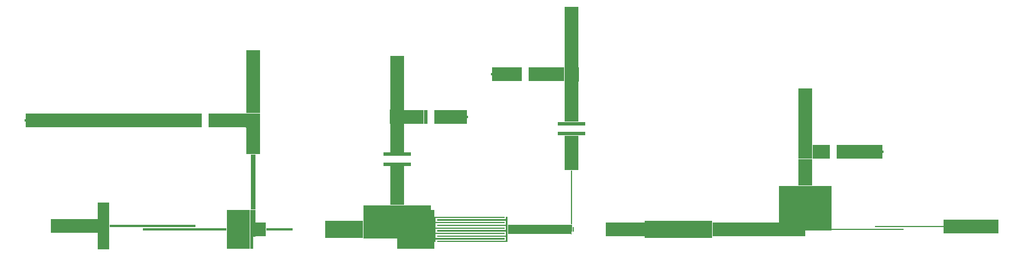
<source format=gbr>
G04 ===== Begin FILE IDENTIFICATION =====*
G04 File Format:  Gerber RS274X*
G04 ===== End FILE IDENTIFICATION =====*
%FSLAX24Y24*%
%MOIN*%
%SFA1.0000B1.0000*%
%OFA0.0B0.0*%
%ADD14R,0.007874X0.015748*%
%ADD15C,0.007874*%
%ADD16R,0.265890X0.082306*%
%ADD17R,0.101362X0.082306*%
%ADD18R,0.082283X0.157480*%
%ADD19R,0.082306X0.355760*%
%ADD20R,0.306689X0.214543*%
%ADD21R,0.155884X0.082306*%
%ADD22R,0.019685X0.082283*%
%ADD23R,0.189024X0.082306*%
%ADD24R,0.082306X0.236222*%
%ADD25R,0.007874X0.317674*%
%ADD26R,0.082283X0.203449*%
%ADD27R,0.164567X0.019685*%
%ADD28R,0.171827X0.082306*%
%ADD29R,0.082306X0.328515*%
%ADD30R,0.082306X0.314587*%
%ADD31R,0.116494X0.082306*%
%ADD32R,0.082306X0.166572*%
%ADD33R,0.082283X0.229895*%
%ADD34R,1.006996X0.082306*%
%ADD35R,0.082306X0.369572*%
%ADD36R,0.198931X0.082306*%
%ADD37R,0.031366X0.323436*%
%ADD38R,0.275591X0.082283*%
%ADD39R,0.067871X0.277783*%
%ADD40R,0.192483X0.012815*%
%ADD41R,0.309886X0.012815*%
%ADD42R,0.180867X0.012815*%
%ADD43R,0.138074X0.228245*%
%ADD44R,0.060074X0.083933*%
%ADD45R,0.157480X0.017690*%
%ADD46R,0.392595X0.028715*%
%ADD47R,0.224410X0.104005*%
%ADD48R,0.019689X0.226121*%
%ADD49R,0.320485X0.082283*%
%ADD50R,0.235426X0.010326*%
%ADD51R,0.165179X0.010326*%
%ADD52R,0.252864X0.010326*%
%ADD53R,0.389617X0.082283*%
%ADD54R,0.393700X0.098424*%
%ADD55R,0.228916X0.082283*%
%ADD56R,0.369287X0.056524*%
%ADD57R,0.007883X0.029191*%
%LNcond*%
%IPPOS*%
%LPD*%
G75*
D14*
X24224Y4484D03*
D15*
X24185D03*
D16*
X22855D03*
D17*
X20625D03*
G36*
G01X19295Y4896D02*
G01X20119D01*
G01Y4073D01*
G01X19296D01*
G01Y4484D01*
G01X19295D01*
G01Y4896D01*
G37*
D18*
X19707Y3285D03*
D19*
X6075Y11186D03*
D20*
X19707Y1425D03*
D14*
X1387Y8996D03*
D15*
X1427D03*
D21*
X2206D03*
D22*
X3084D03*
D23*
X4718D03*
D22*
X3675D03*
G36*
G01X6486Y9407D02*
G01X5663D01*
G01Y8584D01*
G01X6486D01*
G01Y9407D01*
G37*
D24*
X6075Y7403D03*
D25*
Y1812D03*
D26*
Y4418D03*
D14*
X-25804Y6303D03*
D15*
X-25765D03*
D27*
X6075Y5533D03*
D14*
X13Y6522D03*
D15*
X-27D03*
D27*
X6075Y6124D03*
D28*
X-886Y6522D03*
D22*
X-1843D03*
D29*
X19707Y6538D03*
D22*
X-2434Y6522D03*
D30*
X-4109Y8507D03*
D31*
X-3115Y6522D03*
G36*
G01X-4520Y6934D02*
G01X-3697D01*
G01Y6111D01*
G01X-4520D01*
G01Y6934D01*
G37*
D32*
X-4109Y5278D03*
D27*
Y4347D03*
Y3756D03*
D33*
Y2508D03*
D22*
X-15596Y6303D03*
D34*
X-20730D03*
D22*
X-15006D03*
D35*
X-12506Y8562D03*
D36*
X-13913Y6303D03*
G36*
G01X-12095Y6714D02*
G01X-12918D01*
G01Y5891D01*
G01X-12095D01*
G01Y6303D01*
G01Y6714D01*
G37*
D18*
X-12506Y5104D03*
D37*
Y2699D03*
D38*
X-22933Y150D03*
D39*
X-21216D03*
D40*
X-19914D03*
D41*
X-17402D03*
Y-59D03*
D42*
X-14948D03*
D43*
X-13354D03*
G36*
G01X-12350Y-479D02*
G01Y1082D01*
G01X-12663D01*
G01Y-1200D01*
G01X-12506D01*
G01Y-479D01*
G01X-12350D01*
G37*
D44*
X-12049Y-59D03*
D45*
X-10961D03*
D46*
X-4109Y1215D03*
D47*
X-7194Y-59D03*
G36*
G01X-2146Y-1190D02*
G01Y1072D01*
G01X-6072D01*
G01Y-579D01*
G01X-4109D01*
G01Y-1190D01*
G01X-2146D01*
G37*
D48*
X-2047Y-59D03*
D49*
X29378Y124D03*
D50*
X26598D03*
D51*
X24595D03*
Y-59D03*
D52*
X22505D03*
G36*
G01X21240Y-111D02*
G01Y352D01*
G01X18174D01*
G01Y-470D01*
G01X19707D01*
G01Y-111D01*
G01X21240D01*
G37*
D53*
X16225Y-59D03*
D54*
X12309D03*
D55*
X9196D03*
G36*
G01X-1949Y689D02*
G01X2165D01*
G01Y610D01*
G01X-1850D01*
G01Y374D01*
G01X2165D01*
G01Y295D01*
G01X-1850D01*
G01Y59D01*
G01X2165D01*
G01Y-20D01*
G01X-1850D01*
G01Y-256D01*
G01X2165D01*
G01Y-335D01*
G01X-1850D01*
G01Y-571D01*
G01X2165D01*
G01Y-650D01*
G01X-1850D01*
G01Y-807D01*
G01X-1949D01*
G01Y689D01*
G37*
G36*
G01X2343Y-807D02*
G01X-1772D01*
G01Y-728D01*
G01X2244D01*
G01Y-492D01*
G01X-1772D01*
G01Y-413D01*
G01X2244D01*
G01Y-177D01*
G01X-1772D01*
G01Y-98D01*
G01X2244D01*
G01Y138D01*
G01X-1772D01*
G01Y217D01*
G01X2244D01*
G01Y453D01*
G01X-1772D01*
G01Y531D01*
G01X2244D01*
G01Y689D01*
G01X2343D01*
G01Y-807D01*
G37*
D56*
X4189Y-59D03*
G36*
G01X6114Y-205D02*
G01Y224D01*
G01X6035D01*
G01Y-342D01*
G01X6075D01*
G01Y-205D01*
G01X6114D01*
G37*
D57*
X6154Y-59D03*
M02*


</source>
